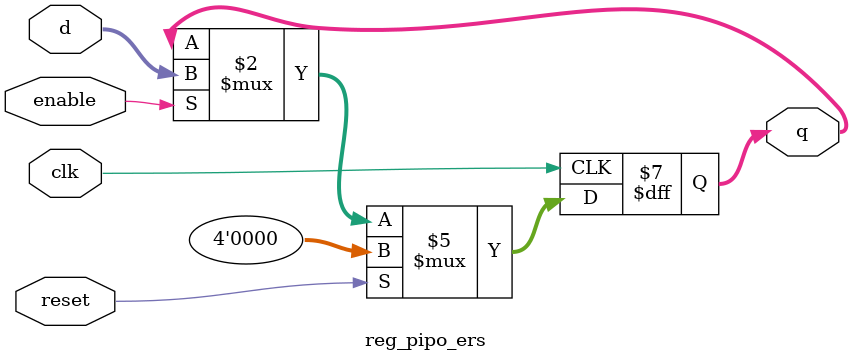
<source format=v>
module reg_pipo_ers (
	input [3:0] d,
	input clk,
	input enable,
	input reset,
	output reg [3:0] q
);

//-------------Descripcion---------
always @ (posedge clk)
  if (reset) begin
    q <= 4'b0000;
  end  else if (enable) begin
    q <= d;
  end 

endmodule //Fin del modulo

</source>
